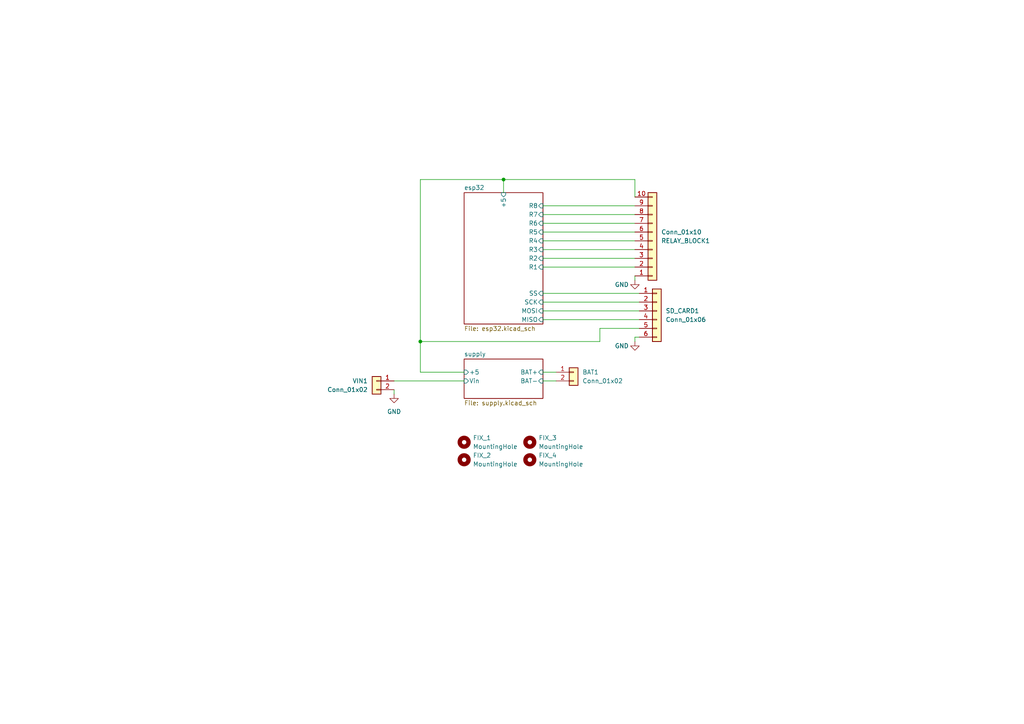
<source format=kicad_sch>
(kicad_sch (version 20230121) (generator eeschema)
  (paper "A4")
  (title_block (title "Central Sensoriamento") (date "2023-10-10") (rev "1.0.0") (company "IFSC - Projeto Integrador"))
  (lib_symbols
    (symbol "Connector_Generic:Conn_01x02" (pin_names (offset 1.016) hide)
      (property "Reference" "J" (at 0 2.54 0))
      (property "Value" "Conn_01x02" (at 0 -5.08 0))
      (symbol "Conn_01x02_1_1"
        (rectangle (start -1.27 -2.413) (end 0 -2.667) (stroke (width 0.1524)))
        (rectangle (start -1.27 0.127) (end 0 -0.127) (stroke (width 0.1524)))
        (rectangle (start -1.27 1.27) (end 1.27 -3.81) (stroke (width 0.254)) (fill (type background)))
        (pin passive line (at -5.08 0 0) (length 3.81) (name "Pin_1") (number "1"))
        (pin passive line (at -5.08 -2.54 0) (length 3.81) (name "Pin_2") (number "2"))
      )
    )
    (symbol "Connector_Generic:Conn_01x06" (pin_names (offset 1.016) hide)
      (property "Reference" "J" (at 0 7.62 0))
      (property "Value" "Conn_01x06" (at 0 -10.16 0))
      (symbol "Conn_01x06_1_1"
        (rectangle (start -1.27 -7.493) (end 0 -7.747) (stroke (width 0.1524)))
        (rectangle (start -1.27 -4.953) (end 0 -5.207) (stroke (width 0.1524)))
        (rectangle (start -1.27 -2.413) (end 0 -2.667) (stroke (width 0.1524)))
        (rectangle (start -1.27 0.127) (end 0 -0.127) (stroke (width 0.1524)))
        (rectangle (start -1.27 2.667) (end 0 2.413) (stroke (width 0.1524)))
        (rectangle (start -1.27 5.207) (end 0 4.953) (stroke (width 0.1524)))
        (rectangle (start -1.27 6.35) (end 1.27 -8.89) (stroke (width 0.254)) (fill (type background)))
        (pin passive line (at -5.08 5.08 0) (length 3.81) (name "Pin_1") (number "1"))
        (pin passive line (at -5.08 2.54 0) (length 3.81) (name "Pin_2") (number "2"))
        (pin passive line (at -5.08 0 0) (length 3.81) (name "Pin_3") (number "3"))
        (pin passive line (at -5.08 -2.54 0) (length 3.81) (name "Pin_4") (number "4"))
        (pin passive line (at -5.08 -5.08 0) (length 3.81) (name "Pin_5") (number "5"))
        (pin passive line (at -5.08 -7.62 0) (length 3.81) (name "Pin_6") (number "6"))
      )
    )
    (symbol "Connector_Generic:Conn_01x10" (pin_names (offset 1.016) hide)
      (property "Reference" "J" (at 0 12.7 0))
      (property "Value" "Conn_01x10" (at 0 -15.24 0))
      (symbol "Conn_01x10_1_1"
        (rectangle (start -1.27 -12.573) (end 0 -12.827) (stroke (width 0.1524)))
        (rectangle (start -1.27 -10.033) (end 0 -10.287) (stroke (width 0.1524)))
        (rectangle (start -1.27 -7.493) (end 0 -7.747) (stroke (width 0.1524)))
        (rectangle (start -1.27 -4.953) (end 0 -5.207) (stroke (width 0.1524)))
        (rectangle (start -1.27 -2.413) (end 0 -2.667) (stroke (width 0.1524)))
        (rectangle (start -1.27 0.127) (end 0 -0.127) (stroke (width 0.1524)))
        (rectangle (start -1.27 2.667) (end 0 2.413) (stroke (width 0.1524)))
        (rectangle (start -1.27 5.207) (end 0 4.953) (stroke (width 0.1524)))
        (rectangle (start -1.27 7.747) (end 0 7.493) (stroke (width 0.1524)))
        (rectangle (start -1.27 10.287) (end 0 10.033) (stroke (width 0.1524)))
        (rectangle (start -1.27 11.43) (end 1.27 -13.97) (stroke (width 0.254)) (fill (type background)))
        (pin passive line (at -5.08 10.16 0) (length 3.81) (name "Pin_1") (number "1"))
        (pin passive line (at -5.08 -12.7 0) (length 3.81) (name "Pin_10") (number "10"))
        (pin passive line (at -5.08 7.62 0) (length 3.81) (name "Pin_2") (number "2"))
        (pin passive line (at -5.08 5.08 0) (length 3.81) (name "Pin_3") (number "3"))
        (pin passive line (at -5.08 2.54 0) (length 3.81) (name "Pin_4") (number "4"))
        (pin passive line (at -5.08 0 0) (length 3.81) (name "Pin_5") (number "5"))
        (pin passive line (at -5.08 -2.54 0) (length 3.81) (name "Pin_6") (number "6"))
        (pin passive line (at -5.08 -5.08 0) (length 3.81) (name "Pin_7") (number "7"))
        (pin passive line (at -5.08 -7.62 0) (length 3.81) (name "Pin_8") (number "8"))
        (pin passive line (at -5.08 -10.16 0) (length 3.81) (name "Pin_9") (number "9"))
      )
    )
    (symbol "Mechanical:MountingHole" (pin_names (offset 1.016))
      (property "Reference" "H" (at 0 5.08 0))
      (property "Value" "MountingHole" (at 0 3.175 0))
      (symbol "MountingHole_0_1"
        (circle (center 0 0) (radius 1.27) (stroke (width 1.27)))
      )
    )
    (symbol "power:GND" (power) (pin_names (offset 0))
      (property "Value" "GND" (at 0 -3.81 0))
      (symbol "GND_0_1"
        (polyline (pts (xy 0 0) (xy 0 -1.27) (xy 1.27 -1.27) (xy 0 -2.54) (xy -1.27 -1.27) (xy 0 -1.27)))
      )
      (symbol "GND_1_1"
        (pin power_in line (at 0 0 270) (length 0) hide (name "GND") (number "1"))
      )
    )
  )
  (junction (at 146.05 52.07))
  (junction (at 121.92 99.06))
  (wire (pts (xy 157.48 77.47) (xy 184.15 77.47)))
  (wire (pts (xy 121.92 107.95) (xy 134.62 107.95)))
  (wire (pts (xy 157.48 107.95) (xy 161.29 107.95)))
  (wire (pts (xy 157.48 74.93) (xy 184.15 74.93)))
  (wire (pts (xy 114.3 110.49) (xy 134.62 110.49)))
  (wire (pts (xy 157.48 59.69) (xy 184.15 59.69)))
  (wire (pts (xy 121.92 52.07) (xy 146.05 52.07)))
  (wire (pts (xy 157.48 87.63) (xy 185.42 87.63)))
  (wire (pts (xy 173.99 99.06) (xy 121.92 99.06)))
  (wire (pts (xy 157.48 110.49) (xy 161.29 110.49)))
  (wire (pts (xy 185.42 95.25) (xy 173.99 95.25)))
  (wire (pts (xy 114.3 113.03) (xy 114.3 114.3)))
  (wire (pts (xy 157.48 69.85) (xy 184.15 69.85)))
  (wire (pts (xy 184.15 57.15) (xy 184.15 52.07)))
  (wire (pts (xy 121.92 107.95) (xy 121.92 99.06)))
  (wire (pts (xy 184.15 99.06) (xy 184.15 97.79)))
  (wire (pts (xy 157.48 62.23) (xy 184.15 62.23)))
  (wire (pts (xy 157.48 85.09) (xy 185.42 85.09)))
  (wire (pts (xy 157.48 64.77) (xy 184.15 64.77)))
  (wire (pts (xy 157.48 92.71) (xy 185.42 92.71)))
  (wire (pts (xy 157.48 72.39) (xy 184.15 72.39)))
  (wire (pts (xy 184.15 52.07) (xy 146.05 52.07)))
  (wire (pts (xy 157.48 67.31) (xy 184.15 67.31)))
  (wire (pts (xy 121.92 99.06) (xy 121.92 52.07)))
  (wire (pts (xy 157.48 90.17) (xy 185.42 90.17)))
  (wire (pts (xy 173.99 95.25) (xy 173.99 99.06)))
  (wire (pts (xy 146.05 52.07) (xy 146.05 55.88)))
  (wire (pts (xy 184.15 97.79) (xy 185.42 97.79)))
  (wire (pts (xy 184.15 80.01) (xy 184.15 81.28)))
  (symbol (lib_id "power:GND") (at 184.15 81.28 0) (unit 1)
    (property "Reference" "#PWR012" (effects hide))
    (property "Value" "GND" (at 180.34 82.55 0))
  )
  (symbol (lib_id "power:GND") (at 114.3 114.3 0) (unit 1)
    (property "Reference" "#PWR01" (effects hide))
    (property "Value" "GND" (at 114.3 119.38 0))
  )
  (symbol (lib_id "Mechanical:MountingHole") (at 134.62 128.27 0) (unit 1)
    (property "Reference" "FIX_1" (at 137.16 127 0) (effects (justify left)))
    (property "Value" "MountingHole" (at 137.16 129.54 0) (effects (justify left)))
    (property "Footprint" "MountingHole:MountingHole_3.5mm_Pad" (effects hide))
  )
  (symbol (lib_id "power:GND") (at 184.15 99.06 0) (unit 1)
    (property "Reference" "#PWR011" (effects hide))
    (property "Value" "GND" (at 180.34 100.33 0))
  )
  (symbol (lib_id "Connector_Generic:Conn_01x02") (at 166.37 107.95 0) (unit 1)
    (property "Reference" "BAT1" (at 168.91 107.95 0) (effects (justify left)))
    (property "Value" "Conn_01x02" (at 168.91 110.49 0) (effects (justify left)))
    (property "Footprint" "Connector_PinHeader_2.54mm:PinHeader_1x02_P2.54mm_Vertical" (effects hide))
  )
  (symbol (lib_id "Mechanical:MountingHole") (at 153.67 128.27 0) (unit 1)
    (property "Reference" "FIX_3" (at 156.21 127 0) (effects (justify left)))
    (property "Value" "MountingHole" (at 156.21 129.54 0) (effects (justify left)))
    (property "Footprint" "MountingHole:MountingHole_3.5mm_Pad" (effects hide))
  )
  (symbol (lib_id "Connector_Generic:Conn_01x10") (at 189.23 69.85 0) (mirror x) (unit 1)
    (property "Reference" "RELAY_BLOCK1" (at 191.77 69.85 0) (effects (justify left)))
    (property "Value" "Conn_01x10" (at 191.77 67.31 0) (effects (justify left)))
    (property "Footprint" "Connector_PinSocket_2.54mm:PinSocket_1x10_P2.54mm_Vertical" (effects hide))
  )
  (symbol (lib_id "Mechanical:MountingHole") (at 134.62 133.35 0) (unit 1)
    (property "Reference" "FIX_2" (at 137.16 132.08 0) (effects (justify left)))
    (property "Value" "MountingHole" (at 137.16 134.62 0) (effects (justify left)))
    (property "Footprint" "MountingHole:MountingHole_3.5mm_Pad" (effects hide))
  )
  (symbol (lib_id "Connector_Generic:Conn_01x02") (at 109.22 110.49 0) (mirror y) (unit 1)
    (property "Reference" "VIN1" (at 106.68 110.49 0) (effects (justify left)))
    (property "Value" "Conn_01x02" (at 106.68 113.03 0) (effects (justify left)))
    (property "Footprint" "TerminalBlock:TerminalBlock_bornier-2_P5.08mm" (effects hide))
  )
  (symbol (lib_id "Mechanical:MountingHole") (at 153.67 133.35 0) (unit 1)
    (property "Reference" "FIX_4" (at 156.21 132.08 0) (effects (justify left)))
    (property "Value" "MountingHole" (at 156.21 134.62 0) (effects (justify left)))
    (property "Footprint" "MountingHole:MountingHole_3.5mm_Pad" (effects hide))
  )
  (symbol (lib_id "Connector_Generic:Conn_01x06") (at 190.5 90.17 0) (unit 1)
    (property "Reference" "SD_CARD1" (at 193.04 90.17 0) (effects (justify left)))
    (property "Value" "Conn_01x06" (at 193.04 92.71 0) (effects (justify left)))
    (property "Footprint" "Connector_PinSocket_2.54mm:PinSocket_1x06_P2.54mm_Vertical" (effects hide))
  )
  (sheet (at 134.62 104.14) (size 22.86 11.43) (stroke (width 0.1524))
    (property "Sheetname" "supply" (at 134.62 103.4284 0) (effects (justify left bottom)))
    (property "Sheetfile" "supply.kicad_sch" (at 134.62 116.1546 0) (effects (justify left top)))
    (pin "+5" input (at 134.62 107.95 180))
    (pin "BAT+" input (at 157.48 107.95 0))
    (pin "BAT-" input (at 157.48 110.49 0))
    (pin "Vin" input (at 134.62 110.49 180))
  )
  (sheet (at 134.62 55.88) (size 22.86 38.1) (stroke (width 0.1524))
    (property "Sheetname" "esp32" (at 134.62 55.1684 0) (effects (justify left bottom)))
    (property "Sheetfile" "esp32.kicad_sch" (at 134.62 94.5646 0) (effects (justify left top)))
    (pin "+5" input (at 146.05 55.88 90))
    (pin "R1" input (at 157.48 77.47 0))
    (pin "R6" input (at 157.48 64.77 0))
    (pin "R7" input (at 157.48 62.23 0))
    (pin "R5" input (at 157.48 67.31 0))
    (pin "R4" input (at 157.48 69.85 0))
    (pin "R2" input (at 157.48 74.93 0))
    (pin "R3" input (at 157.48 72.39 0))
    (pin "R8" input (at 157.48 59.69 0))
    (pin "SCK" input (at 157.48 87.63 0))
    (pin "MISO" input (at 157.48 92.71 0))
    (pin "MOSI" input (at 157.48 90.17 0))
    (pin "SS" input (at 157.48 85.09 0))
  )
)
</source>
